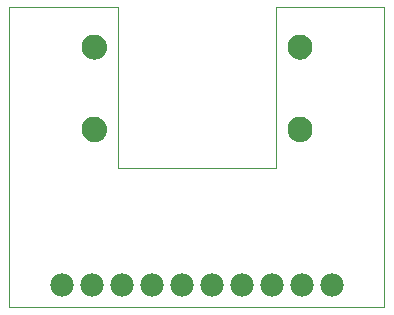
<source format=gbs>
G75*
%MOIN*%
%OFA0B0*%
%FSLAX25Y25*%
%IPPOS*%
%LPD*%
%AMOC8*
5,1,8,0,0,1.08239X$1,22.5*
%
%ADD10C,0.00000*%
%ADD11C,0.08274*%
%ADD12C,0.07800*%
D10*
X0009000Y0051500D02*
X0009000Y0151500D01*
X0045250Y0151500D01*
X0045250Y0098000D01*
X0097750Y0098000D01*
X0097750Y0151500D01*
X0134000Y0151500D01*
X0134000Y0051500D01*
X0009000Y0051500D01*
X0033313Y0110850D02*
X0033315Y0110975D01*
X0033321Y0111100D01*
X0033331Y0111224D01*
X0033345Y0111348D01*
X0033362Y0111472D01*
X0033384Y0111595D01*
X0033410Y0111717D01*
X0033439Y0111839D01*
X0033472Y0111959D01*
X0033510Y0112078D01*
X0033550Y0112197D01*
X0033595Y0112313D01*
X0033643Y0112428D01*
X0033695Y0112542D01*
X0033751Y0112654D01*
X0033810Y0112764D01*
X0033872Y0112872D01*
X0033938Y0112979D01*
X0034007Y0113083D01*
X0034080Y0113184D01*
X0034155Y0113284D01*
X0034234Y0113381D01*
X0034316Y0113475D01*
X0034401Y0113567D01*
X0034488Y0113656D01*
X0034579Y0113742D01*
X0034672Y0113825D01*
X0034768Y0113906D01*
X0034866Y0113983D01*
X0034966Y0114057D01*
X0035069Y0114128D01*
X0035174Y0114195D01*
X0035282Y0114260D01*
X0035391Y0114320D01*
X0035502Y0114378D01*
X0035615Y0114431D01*
X0035729Y0114481D01*
X0035845Y0114528D01*
X0035962Y0114570D01*
X0036081Y0114609D01*
X0036201Y0114645D01*
X0036322Y0114676D01*
X0036444Y0114704D01*
X0036566Y0114727D01*
X0036690Y0114747D01*
X0036814Y0114763D01*
X0036938Y0114775D01*
X0037063Y0114783D01*
X0037188Y0114787D01*
X0037312Y0114787D01*
X0037437Y0114783D01*
X0037562Y0114775D01*
X0037686Y0114763D01*
X0037810Y0114747D01*
X0037934Y0114727D01*
X0038056Y0114704D01*
X0038178Y0114676D01*
X0038299Y0114645D01*
X0038419Y0114609D01*
X0038538Y0114570D01*
X0038655Y0114528D01*
X0038771Y0114481D01*
X0038885Y0114431D01*
X0038998Y0114378D01*
X0039109Y0114320D01*
X0039219Y0114260D01*
X0039326Y0114195D01*
X0039431Y0114128D01*
X0039534Y0114057D01*
X0039634Y0113983D01*
X0039732Y0113906D01*
X0039828Y0113825D01*
X0039921Y0113742D01*
X0040012Y0113656D01*
X0040099Y0113567D01*
X0040184Y0113475D01*
X0040266Y0113381D01*
X0040345Y0113284D01*
X0040420Y0113184D01*
X0040493Y0113083D01*
X0040562Y0112979D01*
X0040628Y0112872D01*
X0040690Y0112764D01*
X0040749Y0112654D01*
X0040805Y0112542D01*
X0040857Y0112428D01*
X0040905Y0112313D01*
X0040950Y0112197D01*
X0040990Y0112078D01*
X0041028Y0111959D01*
X0041061Y0111839D01*
X0041090Y0111717D01*
X0041116Y0111595D01*
X0041138Y0111472D01*
X0041155Y0111348D01*
X0041169Y0111224D01*
X0041179Y0111100D01*
X0041185Y0110975D01*
X0041187Y0110850D01*
X0041185Y0110725D01*
X0041179Y0110600D01*
X0041169Y0110476D01*
X0041155Y0110352D01*
X0041138Y0110228D01*
X0041116Y0110105D01*
X0041090Y0109983D01*
X0041061Y0109861D01*
X0041028Y0109741D01*
X0040990Y0109622D01*
X0040950Y0109503D01*
X0040905Y0109387D01*
X0040857Y0109272D01*
X0040805Y0109158D01*
X0040749Y0109046D01*
X0040690Y0108936D01*
X0040628Y0108828D01*
X0040562Y0108721D01*
X0040493Y0108617D01*
X0040420Y0108516D01*
X0040345Y0108416D01*
X0040266Y0108319D01*
X0040184Y0108225D01*
X0040099Y0108133D01*
X0040012Y0108044D01*
X0039921Y0107958D01*
X0039828Y0107875D01*
X0039732Y0107794D01*
X0039634Y0107717D01*
X0039534Y0107643D01*
X0039431Y0107572D01*
X0039326Y0107505D01*
X0039218Y0107440D01*
X0039109Y0107380D01*
X0038998Y0107322D01*
X0038885Y0107269D01*
X0038771Y0107219D01*
X0038655Y0107172D01*
X0038538Y0107130D01*
X0038419Y0107091D01*
X0038299Y0107055D01*
X0038178Y0107024D01*
X0038056Y0106996D01*
X0037934Y0106973D01*
X0037810Y0106953D01*
X0037686Y0106937D01*
X0037562Y0106925D01*
X0037437Y0106917D01*
X0037312Y0106913D01*
X0037188Y0106913D01*
X0037063Y0106917D01*
X0036938Y0106925D01*
X0036814Y0106937D01*
X0036690Y0106953D01*
X0036566Y0106973D01*
X0036444Y0106996D01*
X0036322Y0107024D01*
X0036201Y0107055D01*
X0036081Y0107091D01*
X0035962Y0107130D01*
X0035845Y0107172D01*
X0035729Y0107219D01*
X0035615Y0107269D01*
X0035502Y0107322D01*
X0035391Y0107380D01*
X0035281Y0107440D01*
X0035174Y0107505D01*
X0035069Y0107572D01*
X0034966Y0107643D01*
X0034866Y0107717D01*
X0034768Y0107794D01*
X0034672Y0107875D01*
X0034579Y0107958D01*
X0034488Y0108044D01*
X0034401Y0108133D01*
X0034316Y0108225D01*
X0034234Y0108319D01*
X0034155Y0108416D01*
X0034080Y0108516D01*
X0034007Y0108617D01*
X0033938Y0108721D01*
X0033872Y0108828D01*
X0033810Y0108936D01*
X0033751Y0109046D01*
X0033695Y0109158D01*
X0033643Y0109272D01*
X0033595Y0109387D01*
X0033550Y0109503D01*
X0033510Y0109622D01*
X0033472Y0109741D01*
X0033439Y0109861D01*
X0033410Y0109983D01*
X0033384Y0110105D01*
X0033362Y0110228D01*
X0033345Y0110352D01*
X0033331Y0110476D01*
X0033321Y0110600D01*
X0033315Y0110725D01*
X0033313Y0110850D01*
X0033313Y0138410D02*
X0033315Y0138535D01*
X0033321Y0138660D01*
X0033331Y0138784D01*
X0033345Y0138908D01*
X0033362Y0139032D01*
X0033384Y0139155D01*
X0033410Y0139277D01*
X0033439Y0139399D01*
X0033472Y0139519D01*
X0033510Y0139638D01*
X0033550Y0139757D01*
X0033595Y0139873D01*
X0033643Y0139988D01*
X0033695Y0140102D01*
X0033751Y0140214D01*
X0033810Y0140324D01*
X0033872Y0140432D01*
X0033938Y0140539D01*
X0034007Y0140643D01*
X0034080Y0140744D01*
X0034155Y0140844D01*
X0034234Y0140941D01*
X0034316Y0141035D01*
X0034401Y0141127D01*
X0034488Y0141216D01*
X0034579Y0141302D01*
X0034672Y0141385D01*
X0034768Y0141466D01*
X0034866Y0141543D01*
X0034966Y0141617D01*
X0035069Y0141688D01*
X0035174Y0141755D01*
X0035282Y0141820D01*
X0035391Y0141880D01*
X0035502Y0141938D01*
X0035615Y0141991D01*
X0035729Y0142041D01*
X0035845Y0142088D01*
X0035962Y0142130D01*
X0036081Y0142169D01*
X0036201Y0142205D01*
X0036322Y0142236D01*
X0036444Y0142264D01*
X0036566Y0142287D01*
X0036690Y0142307D01*
X0036814Y0142323D01*
X0036938Y0142335D01*
X0037063Y0142343D01*
X0037188Y0142347D01*
X0037312Y0142347D01*
X0037437Y0142343D01*
X0037562Y0142335D01*
X0037686Y0142323D01*
X0037810Y0142307D01*
X0037934Y0142287D01*
X0038056Y0142264D01*
X0038178Y0142236D01*
X0038299Y0142205D01*
X0038419Y0142169D01*
X0038538Y0142130D01*
X0038655Y0142088D01*
X0038771Y0142041D01*
X0038885Y0141991D01*
X0038998Y0141938D01*
X0039109Y0141880D01*
X0039219Y0141820D01*
X0039326Y0141755D01*
X0039431Y0141688D01*
X0039534Y0141617D01*
X0039634Y0141543D01*
X0039732Y0141466D01*
X0039828Y0141385D01*
X0039921Y0141302D01*
X0040012Y0141216D01*
X0040099Y0141127D01*
X0040184Y0141035D01*
X0040266Y0140941D01*
X0040345Y0140844D01*
X0040420Y0140744D01*
X0040493Y0140643D01*
X0040562Y0140539D01*
X0040628Y0140432D01*
X0040690Y0140324D01*
X0040749Y0140214D01*
X0040805Y0140102D01*
X0040857Y0139988D01*
X0040905Y0139873D01*
X0040950Y0139757D01*
X0040990Y0139638D01*
X0041028Y0139519D01*
X0041061Y0139399D01*
X0041090Y0139277D01*
X0041116Y0139155D01*
X0041138Y0139032D01*
X0041155Y0138908D01*
X0041169Y0138784D01*
X0041179Y0138660D01*
X0041185Y0138535D01*
X0041187Y0138410D01*
X0041185Y0138285D01*
X0041179Y0138160D01*
X0041169Y0138036D01*
X0041155Y0137912D01*
X0041138Y0137788D01*
X0041116Y0137665D01*
X0041090Y0137543D01*
X0041061Y0137421D01*
X0041028Y0137301D01*
X0040990Y0137182D01*
X0040950Y0137063D01*
X0040905Y0136947D01*
X0040857Y0136832D01*
X0040805Y0136718D01*
X0040749Y0136606D01*
X0040690Y0136496D01*
X0040628Y0136388D01*
X0040562Y0136281D01*
X0040493Y0136177D01*
X0040420Y0136076D01*
X0040345Y0135976D01*
X0040266Y0135879D01*
X0040184Y0135785D01*
X0040099Y0135693D01*
X0040012Y0135604D01*
X0039921Y0135518D01*
X0039828Y0135435D01*
X0039732Y0135354D01*
X0039634Y0135277D01*
X0039534Y0135203D01*
X0039431Y0135132D01*
X0039326Y0135065D01*
X0039218Y0135000D01*
X0039109Y0134940D01*
X0038998Y0134882D01*
X0038885Y0134829D01*
X0038771Y0134779D01*
X0038655Y0134732D01*
X0038538Y0134690D01*
X0038419Y0134651D01*
X0038299Y0134615D01*
X0038178Y0134584D01*
X0038056Y0134556D01*
X0037934Y0134533D01*
X0037810Y0134513D01*
X0037686Y0134497D01*
X0037562Y0134485D01*
X0037437Y0134477D01*
X0037312Y0134473D01*
X0037188Y0134473D01*
X0037063Y0134477D01*
X0036938Y0134485D01*
X0036814Y0134497D01*
X0036690Y0134513D01*
X0036566Y0134533D01*
X0036444Y0134556D01*
X0036322Y0134584D01*
X0036201Y0134615D01*
X0036081Y0134651D01*
X0035962Y0134690D01*
X0035845Y0134732D01*
X0035729Y0134779D01*
X0035615Y0134829D01*
X0035502Y0134882D01*
X0035391Y0134940D01*
X0035281Y0135000D01*
X0035174Y0135065D01*
X0035069Y0135132D01*
X0034966Y0135203D01*
X0034866Y0135277D01*
X0034768Y0135354D01*
X0034672Y0135435D01*
X0034579Y0135518D01*
X0034488Y0135604D01*
X0034401Y0135693D01*
X0034316Y0135785D01*
X0034234Y0135879D01*
X0034155Y0135976D01*
X0034080Y0136076D01*
X0034007Y0136177D01*
X0033938Y0136281D01*
X0033872Y0136388D01*
X0033810Y0136496D01*
X0033751Y0136606D01*
X0033695Y0136718D01*
X0033643Y0136832D01*
X0033595Y0136947D01*
X0033550Y0137063D01*
X0033510Y0137182D01*
X0033472Y0137301D01*
X0033439Y0137421D01*
X0033410Y0137543D01*
X0033384Y0137665D01*
X0033362Y0137788D01*
X0033345Y0137912D01*
X0033331Y0138036D01*
X0033321Y0138160D01*
X0033315Y0138285D01*
X0033313Y0138410D01*
X0101813Y0138410D02*
X0101815Y0138535D01*
X0101821Y0138660D01*
X0101831Y0138784D01*
X0101845Y0138908D01*
X0101862Y0139032D01*
X0101884Y0139155D01*
X0101910Y0139277D01*
X0101939Y0139399D01*
X0101972Y0139519D01*
X0102010Y0139638D01*
X0102050Y0139757D01*
X0102095Y0139873D01*
X0102143Y0139988D01*
X0102195Y0140102D01*
X0102251Y0140214D01*
X0102310Y0140324D01*
X0102372Y0140432D01*
X0102438Y0140539D01*
X0102507Y0140643D01*
X0102580Y0140744D01*
X0102655Y0140844D01*
X0102734Y0140941D01*
X0102816Y0141035D01*
X0102901Y0141127D01*
X0102988Y0141216D01*
X0103079Y0141302D01*
X0103172Y0141385D01*
X0103268Y0141466D01*
X0103366Y0141543D01*
X0103466Y0141617D01*
X0103569Y0141688D01*
X0103674Y0141755D01*
X0103782Y0141820D01*
X0103891Y0141880D01*
X0104002Y0141938D01*
X0104115Y0141991D01*
X0104229Y0142041D01*
X0104345Y0142088D01*
X0104462Y0142130D01*
X0104581Y0142169D01*
X0104701Y0142205D01*
X0104822Y0142236D01*
X0104944Y0142264D01*
X0105066Y0142287D01*
X0105190Y0142307D01*
X0105314Y0142323D01*
X0105438Y0142335D01*
X0105563Y0142343D01*
X0105688Y0142347D01*
X0105812Y0142347D01*
X0105937Y0142343D01*
X0106062Y0142335D01*
X0106186Y0142323D01*
X0106310Y0142307D01*
X0106434Y0142287D01*
X0106556Y0142264D01*
X0106678Y0142236D01*
X0106799Y0142205D01*
X0106919Y0142169D01*
X0107038Y0142130D01*
X0107155Y0142088D01*
X0107271Y0142041D01*
X0107385Y0141991D01*
X0107498Y0141938D01*
X0107609Y0141880D01*
X0107719Y0141820D01*
X0107826Y0141755D01*
X0107931Y0141688D01*
X0108034Y0141617D01*
X0108134Y0141543D01*
X0108232Y0141466D01*
X0108328Y0141385D01*
X0108421Y0141302D01*
X0108512Y0141216D01*
X0108599Y0141127D01*
X0108684Y0141035D01*
X0108766Y0140941D01*
X0108845Y0140844D01*
X0108920Y0140744D01*
X0108993Y0140643D01*
X0109062Y0140539D01*
X0109128Y0140432D01*
X0109190Y0140324D01*
X0109249Y0140214D01*
X0109305Y0140102D01*
X0109357Y0139988D01*
X0109405Y0139873D01*
X0109450Y0139757D01*
X0109490Y0139638D01*
X0109528Y0139519D01*
X0109561Y0139399D01*
X0109590Y0139277D01*
X0109616Y0139155D01*
X0109638Y0139032D01*
X0109655Y0138908D01*
X0109669Y0138784D01*
X0109679Y0138660D01*
X0109685Y0138535D01*
X0109687Y0138410D01*
X0109685Y0138285D01*
X0109679Y0138160D01*
X0109669Y0138036D01*
X0109655Y0137912D01*
X0109638Y0137788D01*
X0109616Y0137665D01*
X0109590Y0137543D01*
X0109561Y0137421D01*
X0109528Y0137301D01*
X0109490Y0137182D01*
X0109450Y0137063D01*
X0109405Y0136947D01*
X0109357Y0136832D01*
X0109305Y0136718D01*
X0109249Y0136606D01*
X0109190Y0136496D01*
X0109128Y0136388D01*
X0109062Y0136281D01*
X0108993Y0136177D01*
X0108920Y0136076D01*
X0108845Y0135976D01*
X0108766Y0135879D01*
X0108684Y0135785D01*
X0108599Y0135693D01*
X0108512Y0135604D01*
X0108421Y0135518D01*
X0108328Y0135435D01*
X0108232Y0135354D01*
X0108134Y0135277D01*
X0108034Y0135203D01*
X0107931Y0135132D01*
X0107826Y0135065D01*
X0107718Y0135000D01*
X0107609Y0134940D01*
X0107498Y0134882D01*
X0107385Y0134829D01*
X0107271Y0134779D01*
X0107155Y0134732D01*
X0107038Y0134690D01*
X0106919Y0134651D01*
X0106799Y0134615D01*
X0106678Y0134584D01*
X0106556Y0134556D01*
X0106434Y0134533D01*
X0106310Y0134513D01*
X0106186Y0134497D01*
X0106062Y0134485D01*
X0105937Y0134477D01*
X0105812Y0134473D01*
X0105688Y0134473D01*
X0105563Y0134477D01*
X0105438Y0134485D01*
X0105314Y0134497D01*
X0105190Y0134513D01*
X0105066Y0134533D01*
X0104944Y0134556D01*
X0104822Y0134584D01*
X0104701Y0134615D01*
X0104581Y0134651D01*
X0104462Y0134690D01*
X0104345Y0134732D01*
X0104229Y0134779D01*
X0104115Y0134829D01*
X0104002Y0134882D01*
X0103891Y0134940D01*
X0103781Y0135000D01*
X0103674Y0135065D01*
X0103569Y0135132D01*
X0103466Y0135203D01*
X0103366Y0135277D01*
X0103268Y0135354D01*
X0103172Y0135435D01*
X0103079Y0135518D01*
X0102988Y0135604D01*
X0102901Y0135693D01*
X0102816Y0135785D01*
X0102734Y0135879D01*
X0102655Y0135976D01*
X0102580Y0136076D01*
X0102507Y0136177D01*
X0102438Y0136281D01*
X0102372Y0136388D01*
X0102310Y0136496D01*
X0102251Y0136606D01*
X0102195Y0136718D01*
X0102143Y0136832D01*
X0102095Y0136947D01*
X0102050Y0137063D01*
X0102010Y0137182D01*
X0101972Y0137301D01*
X0101939Y0137421D01*
X0101910Y0137543D01*
X0101884Y0137665D01*
X0101862Y0137788D01*
X0101845Y0137912D01*
X0101831Y0138036D01*
X0101821Y0138160D01*
X0101815Y0138285D01*
X0101813Y0138410D01*
X0101813Y0110850D02*
X0101815Y0110975D01*
X0101821Y0111100D01*
X0101831Y0111224D01*
X0101845Y0111348D01*
X0101862Y0111472D01*
X0101884Y0111595D01*
X0101910Y0111717D01*
X0101939Y0111839D01*
X0101972Y0111959D01*
X0102010Y0112078D01*
X0102050Y0112197D01*
X0102095Y0112313D01*
X0102143Y0112428D01*
X0102195Y0112542D01*
X0102251Y0112654D01*
X0102310Y0112764D01*
X0102372Y0112872D01*
X0102438Y0112979D01*
X0102507Y0113083D01*
X0102580Y0113184D01*
X0102655Y0113284D01*
X0102734Y0113381D01*
X0102816Y0113475D01*
X0102901Y0113567D01*
X0102988Y0113656D01*
X0103079Y0113742D01*
X0103172Y0113825D01*
X0103268Y0113906D01*
X0103366Y0113983D01*
X0103466Y0114057D01*
X0103569Y0114128D01*
X0103674Y0114195D01*
X0103782Y0114260D01*
X0103891Y0114320D01*
X0104002Y0114378D01*
X0104115Y0114431D01*
X0104229Y0114481D01*
X0104345Y0114528D01*
X0104462Y0114570D01*
X0104581Y0114609D01*
X0104701Y0114645D01*
X0104822Y0114676D01*
X0104944Y0114704D01*
X0105066Y0114727D01*
X0105190Y0114747D01*
X0105314Y0114763D01*
X0105438Y0114775D01*
X0105563Y0114783D01*
X0105688Y0114787D01*
X0105812Y0114787D01*
X0105937Y0114783D01*
X0106062Y0114775D01*
X0106186Y0114763D01*
X0106310Y0114747D01*
X0106434Y0114727D01*
X0106556Y0114704D01*
X0106678Y0114676D01*
X0106799Y0114645D01*
X0106919Y0114609D01*
X0107038Y0114570D01*
X0107155Y0114528D01*
X0107271Y0114481D01*
X0107385Y0114431D01*
X0107498Y0114378D01*
X0107609Y0114320D01*
X0107719Y0114260D01*
X0107826Y0114195D01*
X0107931Y0114128D01*
X0108034Y0114057D01*
X0108134Y0113983D01*
X0108232Y0113906D01*
X0108328Y0113825D01*
X0108421Y0113742D01*
X0108512Y0113656D01*
X0108599Y0113567D01*
X0108684Y0113475D01*
X0108766Y0113381D01*
X0108845Y0113284D01*
X0108920Y0113184D01*
X0108993Y0113083D01*
X0109062Y0112979D01*
X0109128Y0112872D01*
X0109190Y0112764D01*
X0109249Y0112654D01*
X0109305Y0112542D01*
X0109357Y0112428D01*
X0109405Y0112313D01*
X0109450Y0112197D01*
X0109490Y0112078D01*
X0109528Y0111959D01*
X0109561Y0111839D01*
X0109590Y0111717D01*
X0109616Y0111595D01*
X0109638Y0111472D01*
X0109655Y0111348D01*
X0109669Y0111224D01*
X0109679Y0111100D01*
X0109685Y0110975D01*
X0109687Y0110850D01*
X0109685Y0110725D01*
X0109679Y0110600D01*
X0109669Y0110476D01*
X0109655Y0110352D01*
X0109638Y0110228D01*
X0109616Y0110105D01*
X0109590Y0109983D01*
X0109561Y0109861D01*
X0109528Y0109741D01*
X0109490Y0109622D01*
X0109450Y0109503D01*
X0109405Y0109387D01*
X0109357Y0109272D01*
X0109305Y0109158D01*
X0109249Y0109046D01*
X0109190Y0108936D01*
X0109128Y0108828D01*
X0109062Y0108721D01*
X0108993Y0108617D01*
X0108920Y0108516D01*
X0108845Y0108416D01*
X0108766Y0108319D01*
X0108684Y0108225D01*
X0108599Y0108133D01*
X0108512Y0108044D01*
X0108421Y0107958D01*
X0108328Y0107875D01*
X0108232Y0107794D01*
X0108134Y0107717D01*
X0108034Y0107643D01*
X0107931Y0107572D01*
X0107826Y0107505D01*
X0107718Y0107440D01*
X0107609Y0107380D01*
X0107498Y0107322D01*
X0107385Y0107269D01*
X0107271Y0107219D01*
X0107155Y0107172D01*
X0107038Y0107130D01*
X0106919Y0107091D01*
X0106799Y0107055D01*
X0106678Y0107024D01*
X0106556Y0106996D01*
X0106434Y0106973D01*
X0106310Y0106953D01*
X0106186Y0106937D01*
X0106062Y0106925D01*
X0105937Y0106917D01*
X0105812Y0106913D01*
X0105688Y0106913D01*
X0105563Y0106917D01*
X0105438Y0106925D01*
X0105314Y0106937D01*
X0105190Y0106953D01*
X0105066Y0106973D01*
X0104944Y0106996D01*
X0104822Y0107024D01*
X0104701Y0107055D01*
X0104581Y0107091D01*
X0104462Y0107130D01*
X0104345Y0107172D01*
X0104229Y0107219D01*
X0104115Y0107269D01*
X0104002Y0107322D01*
X0103891Y0107380D01*
X0103781Y0107440D01*
X0103674Y0107505D01*
X0103569Y0107572D01*
X0103466Y0107643D01*
X0103366Y0107717D01*
X0103268Y0107794D01*
X0103172Y0107875D01*
X0103079Y0107958D01*
X0102988Y0108044D01*
X0102901Y0108133D01*
X0102816Y0108225D01*
X0102734Y0108319D01*
X0102655Y0108416D01*
X0102580Y0108516D01*
X0102507Y0108617D01*
X0102438Y0108721D01*
X0102372Y0108828D01*
X0102310Y0108936D01*
X0102251Y0109046D01*
X0102195Y0109158D01*
X0102143Y0109272D01*
X0102095Y0109387D01*
X0102050Y0109503D01*
X0102010Y0109622D01*
X0101972Y0109741D01*
X0101939Y0109861D01*
X0101910Y0109983D01*
X0101884Y0110105D01*
X0101862Y0110228D01*
X0101845Y0110352D01*
X0101831Y0110476D01*
X0101821Y0110600D01*
X0101815Y0110725D01*
X0101813Y0110850D01*
D11*
X0105750Y0110850D03*
X0105750Y0138410D03*
X0037250Y0138410D03*
X0037250Y0110850D03*
D12*
X0036500Y0059000D03*
X0026500Y0059000D03*
X0046500Y0059000D03*
X0056500Y0059000D03*
X0066500Y0059000D03*
X0076500Y0059000D03*
X0086500Y0059000D03*
X0096500Y0059000D03*
X0106500Y0059000D03*
X0116500Y0059000D03*
M02*

</source>
